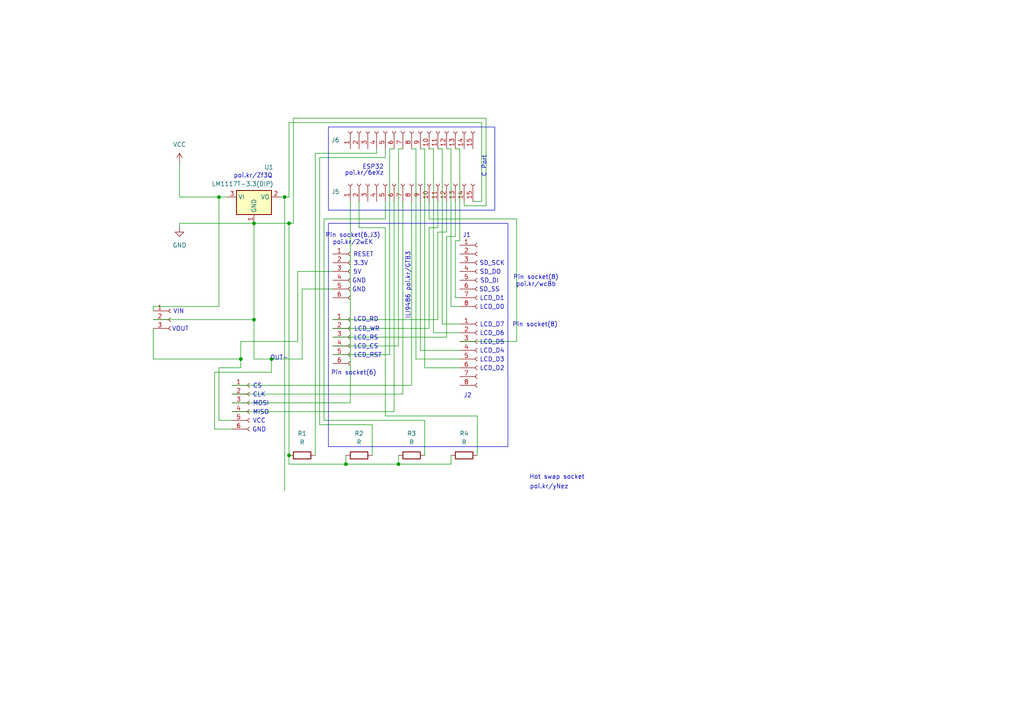
<source format=kicad_sch>
(kicad_sch (version 20250114) (generator "eeschema") (generator_version "9.0")
  (paper "A4")
  (lib_symbols
    (symbol "Connector:Conn_01x03_Socket" (pin_names (offset 1.016) (hide yes))
      (property "Reference" "J" (at 0 5.08 0))
      (property "Value" "Conn_01x03_Socket" (at 0 -5.08 0))
      (symbol "Conn_01x03_Socket_1_1"
        (polyline (pts (xy -1.27 2.54) (xy -0.508 2.54)) (stroke (width 0.1524)))
        (polyline (pts (xy -1.27 0) (xy -0.508 0)) (stroke (width 0.1524)))
        (polyline (pts (xy -1.27 -2.54) (xy -0.508 -2.54)) (stroke (width 0.1524)))
        (arc (start 0 2.032) (mid -0.5058 2.54) (end 0 3.048) (stroke (width 0.1524)))
        (arc (start 0 -0.508) (mid -0.5058 0) (end 0 0.508) (stroke (width 0.1524)))
        (arc (start 0 -3.048) (mid -0.5058 -2.54) (end 0 -2.032) (stroke (width 0.1524)))
        (pin passive line (at -5.08 2.54 0) (length 3.81) (name "Pin_1") (number "1"))
        (pin passive line (at -5.08 0 0) (length 3.81) (name "Pin_2") (number "2"))
        (pin passive line (at -5.08 -2.54 0) (length 3.81) (name "Pin_3") (number "3"))
      )
    )
    (symbol "Connector:Conn_01x06_Socket" (pin_names (offset 1.016) (hide yes))
      (property "Reference" "J" (at 0 7.62 0))
      (property "Value" "Conn_01x06_Socket" (at 0 -10.16 0))
      (symbol "Conn_01x06_Socket_1_1"
        (polyline (pts (xy -1.27 5.08) (xy -0.508 5.08)) (stroke (width 0.1524)))
        (polyline (pts (xy -1.27 2.54) (xy -0.508 2.54)) (stroke (width 0.1524)))
        (polyline (pts (xy -1.27 0) (xy -0.508 0)) (stroke (width 0.1524)))
        (polyline (pts (xy -1.27 -2.54) (xy -0.508 -2.54)) (stroke (width 0.1524)))
        (polyline (pts (xy -1.27 -5.08) (xy -0.508 -5.08)) (stroke (width 0.1524)))
        (polyline (pts (xy -1.27 -7.62) (xy -0.508 -7.62)) (stroke (width 0.1524)))
        (arc (start 0 4.572) (mid -0.5058 5.08) (end 0 5.588) (stroke (width 0.1524)))
        (arc (start 0 2.032) (mid -0.5058 2.54) (end 0 3.048) (stroke (width 0.1524)))
        (arc (start 0 -0.508) (mid -0.5058 0) (end 0 0.508) (stroke (width 0.1524)))
        (arc (start 0 -3.048) (mid -0.5058 -2.54) (end 0 -2.032) (stroke (width 0.1524)))
        (arc (start 0 -5.588) (mid -0.5058 -5.08) (end 0 -4.572) (stroke (width 0.1524)))
        (arc (start 0 -8.128) (mid -0.5058 -7.62) (end 0 -7.112) (stroke (width 0.1524)))
        (pin passive line (at -5.08 5.08 0) (length 3.81) (name "Pin_1") (number "1"))
        (pin passive line (at -5.08 2.54 0) (length 3.81) (name "Pin_2") (number "2"))
        (pin passive line (at -5.08 0 0) (length 3.81) (name "Pin_3") (number "3"))
        (pin passive line (at -5.08 -2.54 0) (length 3.81) (name "Pin_4") (number "4"))
        (pin passive line (at -5.08 -5.08 0) (length 3.81) (name "Pin_5") (number "5"))
        (pin passive line (at -5.08 -7.62 0) (length 3.81) (name "Pin_6") (number "6"))
      )
    )
    (symbol "Connector:Conn_01x08_Socket" (pin_names (offset 1.016) (hide yes))
      (property "Reference" "J" (at 0 10.16 0))
      (property "Value" "Conn_01x08_Socket" (at 0 -12.7 0))
      (symbol "Conn_01x08_Socket_1_1"
        (polyline (pts (xy -1.27 7.62) (xy -0.508 7.62)) (stroke (width 0.1524)))
        (polyline (pts (xy -1.27 5.08) (xy -0.508 5.08)) (stroke (width 0.1524)))
        (polyline (pts (xy -1.27 2.54) (xy -0.508 2.54)) (stroke (width 0.1524)))
        (polyline (pts (xy -1.27 0) (xy -0.508 0)) (stroke (width 0.1524)))
        (polyline (pts (xy -1.27 -2.54) (xy -0.508 -2.54)) (stroke (width 0.1524)))
        (polyline (pts (xy -1.27 -5.08) (xy -0.508 -5.08)) (stroke (width 0.1524)))
        (polyline (pts (xy -1.27 -7.62) (xy -0.508 -7.62)) (stroke (width 0.1524)))
        (polyline (pts (xy -1.27 -10.16) (xy -0.508 -10.16)) (stroke (width 0.1524)))
        (arc (start 0 7.112) (mid -0.5058 7.62) (end 0 8.128) (stroke (width 0.1524)))
        (arc (start 0 4.572) (mid -0.5058 5.08) (end 0 5.588) (stroke (width 0.1524)))
        (arc (start 0 2.032) (mid -0.5058 2.54) (end 0 3.048) (stroke (width 0.1524)))
        (arc (start 0 -0.508) (mid -0.5058 0) (end 0 0.508) (stroke (width 0.1524)))
        (arc (start 0 -3.048) (mid -0.5058 -2.54) (end 0 -2.032) (stroke (width 0.1524)))
        (arc (start 0 -5.588) (mid -0.5058 -5.08) (end 0 -4.572) (stroke (width 0.1524)))
        (arc (start 0 -8.128) (mid -0.5058 -7.62) (end 0 -7.112) (stroke (width 0.1524)))
        (arc (start 0 -10.668) (mid -0.5058 -10.16) (end 0 -9.652) (stroke (width 0.1524)))
        (pin passive line (at -5.08 7.62 0) (length 3.81) (name "Pin_1") (number "1"))
        (pin passive line (at -5.08 5.08 0) (length 3.81) (name "Pin_2") (number "2"))
        (pin passive line (at -5.08 2.54 0) (length 3.81) (name "Pin_3") (number "3"))
        (pin passive line (at -5.08 0 0) (length 3.81) (name "Pin_4") (number "4"))
        (pin passive line (at -5.08 -2.54 0) (length 3.81) (name "Pin_5") (number "5"))
        (pin passive line (at -5.08 -5.08 0) (length 3.81) (name "Pin_6") (number "6"))
        (pin passive line (at -5.08 -7.62 0) (length 3.81) (name "Pin_7") (number "7"))
        (pin passive line (at -5.08 -10.16 0) (length 3.81) (name "Pin_8") (number "8"))
      )
    )
    (symbol "Connector:Conn_01x15_Socket" (pin_names (offset 1.016) (hide yes))
      (property "Reference" "J" (at 0 20.32 0))
      (property "Value" "Conn_01x15_Socket" (at 0 -20.32 0))
      (symbol "Conn_01x15_Socket_1_1"
        (polyline (pts (xy -1.27 17.78) (xy -0.508 17.78)) (stroke (width 0.1524)))
        (polyline (pts (xy -1.27 15.24) (xy -0.508 15.24)) (stroke (width 0.1524)))
        (polyline (pts (xy -1.27 12.7) (xy -0.508 12.7)) (stroke (width 0.1524)))
        (polyline (pts (xy -1.27 10.16) (xy -0.508 10.16)) (stroke (width 0.1524)))
        (polyline (pts (xy -1.27 7.62) (xy -0.508 7.62)) (stroke (width 0.1524)))
        (polyline (pts (xy -1.27 5.08) (xy -0.508 5.08)) (stroke (width 0.1524)))
        (polyline (pts (xy -1.27 2.54) (xy -0.508 2.54)) (stroke (width 0.1524)))
        (polyline (pts (xy -1.27 0) (xy -0.508 0)) (stroke (width 0.1524)))
        (polyline (pts (xy -1.27 -2.54) (xy -0.508 -2.54)) (stroke (width 0.1524)))
        (polyline (pts (xy -1.27 -5.08) (xy -0.508 -5.08)) (stroke (width 0.1524)))
        (polyline (pts (xy -1.27 -7.62) (xy -0.508 -7.62)) (stroke (width 0.1524)))
        (polyline (pts (xy -1.27 -10.16) (xy -0.508 -10.16)) (stroke (width 0.1524)))
        (polyline (pts (xy -1.27 -12.7) (xy -0.508 -12.7)) (stroke (width 0.1524)))
        (polyline (pts (xy -1.27 -15.24) (xy -0.508 -15.24)) (stroke (width 0.1524)))
        (polyline (pts (xy -1.27 -17.78) (xy -0.508 -17.78)) (stroke (width 0.1524)))
        (arc (start 0 17.272) (mid -0.5058 17.78) (end 0 18.288) (stroke (width 0.1524)))
        (arc (start 0 14.732) (mid -0.5058 15.24) (end 0 15.748) (stroke (width 0.1524)))
        (arc (start 0 12.192) (mid -0.5058 12.7) (end 0 13.208) (stroke (width 0.1524)))
        (arc (start 0 9.652) (mid -0.5058 10.16) (end 0 10.668) (stroke (width 0.1524)))
        (arc (start 0 7.112) (mid -0.5058 7.62) (end 0 8.128) (stroke (width 0.1524)))
        (arc (start 0 4.572) (mid -0.5058 5.08) (end 0 5.588) (stroke (width 0.1524)))
        (arc (start 0 2.032) (mid -0.5058 2.54) (end 0 3.048) (stroke (width 0.1524)))
        (arc (start 0 -0.508) (mid -0.5058 0) (end 0 0.508) (stroke (width 0.1524)))
        (arc (start 0 -3.048) (mid -0.5058 -2.54) (end 0 -2.032) (stroke (width 0.1524)))
        (arc (start 0 -5.588) (mid -0.5058 -5.08) (end 0 -4.572) (stroke (width 0.1524)))
        (arc (start 0 -8.128) (mid -0.5058 -7.62) (end 0 -7.112) (stroke (width 0.1524)))
        (arc (start 0 -10.668) (mid -0.5058 -10.16) (end 0 -9.652) (stroke (width 0.1524)))
        (arc (start 0 -13.208) (mid -0.5058 -12.7) (end 0 -12.192) (stroke (width 0.1524)))
        (arc (start 0 -15.748) (mid -0.5058 -15.24) (end 0 -14.732) (stroke (width 0.1524)))
        (arc (start 0 -18.288) (mid -0.5058 -17.78) (end 0 -17.272) (stroke (width 0.1524)))
        (pin passive line (at -5.08 17.78 0) (length 3.81) (name "Pin_1") (number "1"))
        (pin passive line (at -5.08 15.24 0) (length 3.81) (name "Pin_2") (number "2"))
        (pin passive line (at -5.08 12.7 0) (length 3.81) (name "Pin_3") (number "3"))
        (pin passive line (at -5.08 10.16 0) (length 3.81) (name "Pin_4") (number "4"))
        (pin passive line (at -5.08 7.62 0) (length 3.81) (name "Pin_5") (number "5"))
        (pin passive line (at -5.08 5.08 0) (length 3.81) (name "Pin_6") (number "6"))
        (pin passive line (at -5.08 2.54 0) (length 3.81) (name "Pin_7") (number "7"))
        (pin passive line (at -5.08 0 0) (length 3.81) (name "Pin_8") (number "8"))
        (pin passive line (at -5.08 -2.54 0) (length 3.81) (name "Pin_9") (number "9"))
        (pin passive line (at -5.08 -5.08 0) (length 3.81) (name "Pin_10") (number "10"))
        (pin passive line (at -5.08 -7.62 0) (length 3.81) (name "Pin_11") (number "11"))
        (pin passive line (at -5.08 -10.16 0) (length 3.81) (name "Pin_12") (number "12"))
        (pin passive line (at -5.08 -12.7 0) (length 3.81) (name "Pin_13") (number "13"))
        (pin passive line (at -5.08 -15.24 0) (length 3.81) (name "Pin_14") (number "14"))
        (pin passive line (at -5.08 -17.78 0) (length 3.81) (name "Pin_15") (number "15"))
      )
    )
    (symbol "Device:R" (pin_numbers (hide yes)) (pin_names (offset 0))
      (property "Reference" "R" (at 2.032 0 90))
      (property "Value" "R" (at 0 0 90))
      (symbol "R_0_1"
        (rectangle (start -1.016 -2.54) (end 1.016 2.54) (stroke (width 0.254)))
      )
      (symbol "R_1_1"
        (pin passive line (at 0 3.81 270) (length 1.27) (name "~") (number "1"))
        (pin passive line (at 0 -3.81 90) (length 1.27) (name "~") (number "2"))
      )
    )
    (symbol "Regulator_Linear:LM1117T-3.3"
      (property "Reference" "U" (at -3.81 3.175 0))
      (property "Value" "LM1117T-3.3" (at 0 3.175 0))
      (symbol "LM1117T-3.3_0_1"
        (rectangle (start -5.08 -5.08) (end 5.08 1.905) (stroke (width 0.254)) (fill (type background)))
      )
      (symbol "LM1117T-3.3_1_1"
        (pin power_in line (at -7.62 0 0) (length 2.54) (name "VI") (number "3"))
        (pin power_in line (at 0 -7.62 90) (length 2.54) (name "GND") (number "1"))
        (pin power_out line (at 7.62 0 180) (length 2.54) (name "VO") (number "2"))
      )
    )
    (symbol "power:GND" (power) (pin_numbers (hide yes)) (pin_names (offset 0) (hide yes))
      (property "Value" "GND" (at 0 -3.81 0))
      (symbol "GND_0_1"
        (polyline (pts (xy 0 0) (xy 0 -1.27) (xy 1.27 -1.27) (xy 0 -2.54) (xy -1.27 -1.27) (xy 0 -1.27)))
      )
      (symbol "GND_1_1"
        (pin power_in line (at 0 0 270) (length 0) (name "~") (number "1"))
      )
    )
    (symbol "power:VCC" (power) (pin_numbers (hide yes)) (pin_names (offset 0) (hide yes))
      (property "Value" "VCC" (at 0 3.556 0))
      (symbol "VCC_0_1"
        (polyline (pts (xy -0.762 1.27) (xy 0 2.54)))
        (polyline (pts (xy 0 2.54) (xy 0.762 1.27)))
        (polyline (pts (xy 0 0) (xy 0 2.54)))
      )
      (symbol "VCC_1_1"
        (pin power_in line (at 0 0 90) (length 0) (name "~") (number "1"))
      )
    )
  )
  (rectangle (start 95.25 36.83) (end 143.51 60.96))
  (rectangle (start 95.25 64.77) (end 147.32 129.54))
  (text "VOUT" (at 52.324 95.504 0) (effects (font (size 1.27 1.27))))
  (text "CLK" (at 75.184 114.554 0) (effects (font (size 1.27 1.27))))
  (text "SD_SCK\n" (at 142.748 76.454 0) (effects (font (size 1.27 1.27))))
  (text "3.3V" (at 104.648 76.454 0) (effects (font (size 1.27 1.27))))
  (text "MOSI" (at 75.692 117.094 0) (effects (font (size 1.27 1.27))))
  (text "poi.kr/6eXz" (at 105.664 50.292 0) (effects (font (size 1.27 1.27))))
  (text "LCD_D0" (at 142.748 89.154 0) (effects (font (size 1.27 1.27))))
  (text "LCD_D3" (at 142.748 104.394 0) (effects (font (size 1.27 1.27))))
  (text "GND" (at 104.14 84.074 0) (effects (font (size 1.27 1.27))))
  (text "OUT-" (at 81.026 103.886 0) (effects (font (size 1.27 1.27))))
  (text "LCD_CS" (at 106.172 100.584 0) (effects (font (size 1.27 1.27))))
  (text "LCD_D7" (at 142.748 94.234 0) (effects (font (size 1.27 1.27))))
  (text "ILI9486 poi.kr/GTB3" (at 118.364 82.804 90) (effects (font (size 1.27 1.27))))
  (text "Pin socket(8)" (at 155.194 94.234 0) (effects (font (size 1.27 1.27))))
  (text "SD_SS" (at 141.986 84.074 0) (effects (font (size 1.27 1.27))))
  (text "MISO" (at 75.692 119.634 0) (effects (font (size 1.27 1.27))))
  (text "J2" (at 135.636 114.808 0) (effects (font (size 1.27 1.27))))
  (text "C Port" (at 140.462 48.26 90) (effects (font (size 1.27 1.27))))
  (text "5V" (at 103.632 78.994 0) (effects (font (size 1.27 1.27))))
  (text "GND" (at 104.14 81.534 0) (effects (font (size 1.27 1.27))))
  (text "LCD_WR" (at 106.426 95.504 0) (effects (font (size 1.27 1.27))))
  (text "LCD_D4" (at 142.748 101.854 0) (effects (font (size 1.27 1.27))))
  (text "Pin socket(6,J3)\npoi.kr/2wEK" (at 102.362 69.342 0) (effects (font (size 1.27 1.27))))
  (text "VCC" (at 75.184 122.174 0) (effects (font (size 1.27 1.27))))
  (text "SD_DI" (at 141.986 81.534 0) (effects (font (size 1.27 1.27))))
  (text "GND" (at 75.184 124.714 0) (effects (font (size 1.27 1.27))))
  (text "Hot swap socket" (at 161.544 138.43 0) (effects (font (size 1.27 1.27))))
  (text "VIN" (at 51.816 90.424 0) (effects (font (size 1.27 1.27))))
  (text "ESP32" (at 108.204 48.514 0) (effects (font (size 1.27 1.27))))
  (text "poi.kr/Zf3Q" (at 73.406 51.054 0) (effects (font (size 1.27 1.27))))
  (text "CS" (at 74.676 112.014 0) (effects (font (size 1.27 1.27))))
  (text "LCD_D6" (at 142.748 96.774 0) (effects (font (size 1.27 1.27))))
  (text "LCD_RS" (at 106.172 98.044 0) (effects (font (size 1.27 1.27))))
  (text "RESET" (at 105.41 73.914 0) (effects (font (size 1.27 1.27))))
  (text "poi.kr/yNez" (at 159.258 141.224 0) (effects (font (size 1.27 1.27))))
  (text "Pin socket(8)\npoi.kr/wcBb" (at 155.448 81.534 0) (effects (font (size 1.27 1.27))))
  (text "LCD_RD" (at 106.172 92.71 0) (effects (font (size 1.27 1.27))))
  (text "LCD_RST" (at 106.68 103.124 0) (effects (font (size 1.27 1.27))))
  (text "LCD_D1" (at 142.748 86.614 0) (effects (font (size 1.27 1.27))))
  (text "SD_DO" (at 142.24 78.994 0) (effects (font (size 1.27 1.27))))
  (text "J1" (at 135.382 68.326 0) (effects (font (size 1.27 1.27))))
  (text "Pin socket(6)" (at 102.616 108.204 0) (effects (font (size 1.27 1.27))))
  (text "LCD_D5" (at 142.748 99.314 0) (effects (font (size 1.27 1.27))))
  (text "LCD_D2" (at 142.748 106.934 0) (effects (font (size 1.27 1.27))))
  (junction (at 115.57 134.62))
  (junction (at 69.85 104.14))
  (junction (at 83.82 64.77))
  (junction (at 83.82 132.08))
  (junction (at 73.66 92.71))
  (junction (at 100.33 134.62))
  (junction (at 78.74 104.14))
  (junction (at 63.5 57.15))
  (junction (at 82.55 57.15))
  (junction (at 73.66 64.77))
  (wire (pts (xy 124.46 66.04) (xy 124.46 95.25)))
  (wire (pts (xy 91.44 132.08) (xy 91.44 44.45)))
  (wire (pts (xy 73.66 104.14) (xy 78.74 104.14)))
  (wire (pts (xy 69.85 104.14) (xy 69.85 99.06)))
  (wire (pts (xy 124.46 58.42) (xy 124.46 63.5)))
  (wire (pts (xy 83.82 134.62) (xy 100.33 134.62)))
  (wire (pts (xy 82.55 57.15) (xy 81.28 57.15)))
  (wire (pts (xy 78.74 104.14) (xy 78.74 107.95)))
  (wire (pts (xy 133.35 88.9) (xy 130.81 88.9)))
  (wire (pts (xy 125.73 43.18) (xy 124.46 43.18)))
  (wire (pts (xy 133.35 106.68) (xy 123.19 106.68)))
  (wire (pts (xy 129.54 68.58) (xy 132.08 68.58)))
  (wire (pts (xy 127 58.42) (xy 127 66.04)))
  (wire (pts (xy 128.27 93.98) (xy 128.27 43.18)))
  (wire (pts (xy 123.19 106.68) (xy 123.19 43.18)))
  (wire (pts (xy 129.54 97.79) (xy 129.54 68.58)))
  (wire (pts (xy 149.86 99.06) (xy 133.35 99.06)))
  (wire (pts (xy 140.97 59.69) (xy 140.97 34.29)))
  (wire (pts (xy 63.5 57.15) (xy 66.04 57.15)))
  (wire (pts (xy 92.71 123.19) (xy 92.71 45.72)))
  (wire (pts (xy 139.7 35.56) (xy 83.82 35.56)))
  (wire (pts (xy 78.74 104.14) (xy 87.63 104.14)))
  (wire (pts (xy 63.5 106.68) (xy 63.5 121.92)))
  (wire (pts (xy 96.52 92.71) (xy 127 92.71)))
  (wire (pts (xy 73.66 64.77) (xy 73.66 92.71)))
  (wire (pts (xy 128.27 93.98) (xy 133.35 93.98)))
  (wire (pts (xy 115.57 132.08) (xy 115.57 134.62)))
  (wire (pts (xy 96.52 102.87) (xy 113.03 102.87)))
  (wire (pts (xy 52.07 46.99) (xy 52.07 57.15)))
  (wire (pts (xy 129.54 58.42) (xy 129.54 67.31)))
  (wire (pts (xy 130.81 132.08) (xy 130.81 134.62)))
  (wire (pts (xy 133.35 69.85) (xy 133.35 43.18)))
  (wire (pts (xy 133.35 86.36) (xy 132.08 86.36)))
  (wire (pts (xy 85.09 34.29) (xy 85.09 64.77)))
  (wire (pts (xy 111.76 45.72) (xy 111.76 43.18)))
  (wire (pts (xy 133.35 43.18) (xy 132.08 43.18)))
  (wire (pts (xy 91.44 44.45) (xy 109.22 44.45)))
  (wire (pts (xy 86.36 99.06) (xy 86.36 78.74)))
  (wire (pts (xy 69.85 106.68) (xy 63.5 106.68)))
  (wire (pts (xy 113.03 43.18) (xy 113.03 102.87)))
  (wire (pts (xy 107.95 132.08) (xy 107.95 123.19)))
  (wire (pts (xy 111.76 120.65) (xy 138.43 120.65)))
  (wire (pts (xy 69.85 99.06) (xy 86.36 99.06)))
  (wire (pts (xy 120.65 104.14) (xy 120.65 43.18)))
  (wire (pts (xy 121.92 101.6) (xy 133.35 101.6)))
  (wire (pts (xy 52.07 64.77) (xy 73.66 64.77)))
  (wire (pts (xy 44.45 95.25) (xy 44.45 104.14)))
  (wire (pts (xy 83.82 132.08) (xy 83.82 134.62)))
  (wire (pts (xy 111.76 66.04) (xy 111.76 120.65)))
  (wire (pts (xy 96.52 95.25) (xy 124.46 95.25)))
  (wire (pts (xy 96.52 97.79) (xy 129.54 97.79)))
  (wire (pts (xy 125.73 96.52) (xy 133.35 96.52)))
  (wire (pts (xy 137.16 58.42) (xy 139.7 58.42)))
  (wire (pts (xy 93.98 63.5) (xy 111.76 63.5)))
  (wire (pts (xy 138.43 120.65) (xy 138.43 132.08)))
  (wire (pts (xy 85.09 64.77) (xy 83.82 64.77)))
  (wire (pts (xy 129.54 43.18) (xy 130.81 43.18)))
  (wire (pts (xy 100.33 134.62) (xy 115.57 134.62)))
  (wire (pts (xy 127 67.31) (xy 127 92.71)))
  (wire (pts (xy 139.7 58.42) (xy 139.7 35.56)))
  (wire (pts (xy 63.5 57.15) (xy 63.5 88.9)))
  (wire (pts (xy 67.31 119.38) (xy 114.3 119.38)))
  (wire (pts (xy 67.31 116.84) (xy 101.6 116.84)))
  (wire (pts (xy 52.07 66.04) (xy 52.07 64.77)))
  (wire (pts (xy 104.14 66.04) (xy 111.76 66.04)))
  (wire (pts (xy 127 66.04) (xy 124.46 66.04)))
  (wire (pts (xy 44.45 88.9) (xy 44.45 90.17)))
  (wire (pts (xy 111.76 63.5) (xy 111.76 58.42)))
  (wire (pts (xy 119.38 111.76) (xy 119.38 58.42)))
  (wire (pts (xy 44.45 104.14) (xy 69.85 104.14)))
  (wire (pts (xy 132.08 68.58) (xy 132.08 58.42)))
  (wire (pts (xy 120.65 43.18) (xy 119.38 43.18)))
  (wire (pts (xy 116.84 114.3) (xy 116.84 58.42)))
  (wire (pts (xy 121.92 58.42) (xy 121.92 101.6)))
  (wire (pts (xy 44.45 92.71) (xy 73.66 92.71)))
  (wire (pts (xy 107.95 123.19) (xy 92.71 123.19)))
  (wire (pts (xy 109.22 44.45) (xy 109.22 43.18)))
  (wire (pts (xy 93.98 121.92) (xy 93.98 63.5)))
  (wire (pts (xy 115.57 134.62) (xy 130.81 134.62)))
  (wire (pts (xy 130.81 88.9) (xy 130.81 43.18)))
  (wire (pts (xy 113.03 43.18) (xy 114.3 43.18)))
  (wire (pts (xy 134.62 59.69) (xy 140.97 59.69)))
  (wire (pts (xy 63.5 88.9) (xy 44.45 88.9)))
  (wire (pts (xy 132.08 69.85) (xy 133.35 69.85)))
  (wire (pts (xy 125.73 96.52) (xy 125.73 43.18)))
  (wire (pts (xy 87.63 104.14) (xy 87.63 83.82)))
  (wire (pts (xy 83.82 64.77) (xy 73.66 64.77)))
  (wire (pts (xy 67.31 111.76) (xy 119.38 111.76)))
  (wire (pts (xy 101.6 116.84) (xy 101.6 58.42)))
  (wire (pts (xy 114.3 119.38) (xy 114.3 58.42)))
  (wire (pts (xy 134.62 58.42) (xy 134.62 59.69)))
  (wire (pts (xy 129.54 67.31) (xy 127 67.31)))
  (wire (pts (xy 67.31 114.3) (xy 116.84 114.3)))
  (wire (pts (xy 115.57 43.18) (xy 115.57 100.33)))
  (wire (pts (xy 73.66 92.71) (xy 73.66 104.14)))
  (wire (pts (xy 63.5 121.92) (xy 67.31 121.92)))
  (wire (pts (xy 133.35 104.14) (xy 120.65 104.14)))
  (wire (pts (xy 87.63 83.82) (xy 96.52 83.82)))
  (wire (pts (xy 62.23 124.46) (xy 67.31 124.46)))
  (wire (pts (xy 123.19 121.92) (xy 93.98 121.92)))
  (wire (pts (xy 149.86 63.5) (xy 149.86 99.06)))
  (wire (pts (xy 123.19 43.18) (xy 121.92 43.18)))
  (wire (pts (xy 86.36 78.74) (xy 96.52 78.74)))
  (wire (pts (xy 69.85 104.14) (xy 69.85 106.68)))
  (wire (pts (xy 104.14 58.42) (xy 104.14 66.04)))
  (wire (pts (xy 132.08 86.36) (xy 132.08 69.85)))
  (wire (pts (xy 123.19 132.08) (xy 123.19 121.92)))
  (wire (pts (xy 83.82 57.15) (xy 82.55 57.15)))
  (wire (pts (xy 82.55 57.15) (xy 82.55 142.24)))
  (wire (pts (xy 83.82 35.56) (xy 83.82 57.15)))
  (wire (pts (xy 92.71 45.72) (xy 111.76 45.72)))
  (wire (pts (xy 140.97 34.29) (xy 85.09 34.29)))
  (wire (pts (xy 100.33 134.62) (xy 100.33 132.08)))
  (wire (pts (xy 62.23 107.95) (xy 62.23 124.46)))
  (wire (pts (xy 116.84 43.18) (xy 115.57 43.18)))
  (wire (pts (xy 78.74 107.95) (xy 62.23 107.95)))
  (wire (pts (xy 127 43.18) (xy 128.27 43.18)))
  (wire (pts (xy 83.82 64.77) (xy 83.82 132.08)))
  (wire (pts (xy 124.46 63.5) (xy 149.86 63.5)))
  (wire (pts (xy 52.07 57.15) (xy 63.5 57.15)))
  (wire (pts (xy 115.57 100.33) (xy 96.52 100.33)))
  (symbol (lib_id "Device:R") (at 87.63 132.08 90) (unit 1)
    (property "Reference" "R1" (at 87.63 125.73 90))
    (property "Value" "R" (at 87.63 128.27 90))
    (property "Footprint" "Resistor_THT:R_Axial_DIN0204_L3.6mm_D1.6mm_P5.08mm_Horizontal" (effects (hide yes)))
    (property "Description" "Resistor" (effects (hide yes)))
  )
  (symbol (lib_id "power:GND") (at 52.07 66.04 0) (unit 1)
    (property "Reference" "#PWR02" (effects (hide yes)))
    (property "Value" "GND" (at 52.07 71.12 0))
    (property "Description" "Power symbol creates a global label with name \"GND\" , ground" (effects (hide yes)))
  )
  (symbol (lib_id "Connector:Conn_01x08_Socket") (at 138.43 78.74 0) (unit 1)
    (property "Reference" "J1" (effects (hide yes)))
    (property "Value" "Conn_01x08_Socket" (effects (hide yes)))
    (property "Footprint" "Connector_PinSocket_2.54mm:PinSocket_1x08_P2.54mm_Vertical" (effects (hide yes)))
    (property "Description" "Generic connector, single row, 01x08, script generated" (effects (hide yes)))
  )
  (symbol (lib_id "Connector:Conn_01x15_Socket") (at 119.38 38.1 90) (unit 1)
    (property "Reference" "J6" (at 97.282 40.64 90))
    (property "Value" "Conn_01x15_Socket" (effects (hide yes)))
    (property "Footprint" "Connector_PinSocket_2.54mm:PinSocket_1x15_P2.54mm_Vertical" (effects (hide yes)))
    (property "Description" "Generic connector, single row, 01x15, script generated" (effects (hide yes)))
  )
  (symbol (lib_id "Regulator_Linear:LM1117T-3.3") (at 73.66 57.15 0) (unit 1)
    (property "Reference" "U1" (at 77.978 48.514 0))
    (property "Value" "LM1117T-3.3(DIP)" (at 70.358 53.34 0))
    (property "Footprint" "Package_TO_SOT_THT:TO-220-3_Horizontal_TabDown" (effects (hide yes)))
    (property "Datasheet" "http://www.ti.com/lit/ds/symlink/lm1117.pdf" (effects (hide yes)))
    (property "Description" "800mA Low-Dropout Linear Regulator, 3.3V fixed output, TO-220" (effects (hide yes)))
  )
  (symbol (lib_id "Connector:Conn_01x06_Socket") (at 101.6 97.79 0) (unit 1)
    (property "Reference" "J4" (effects (hide yes)))
    (property "Value" "Conn_01x06_Socket" (effects (hide yes)))
    (property "Footprint" "Connector_PinSocket_2.54mm:PinSocket_1x06_P2.54mm_Vertical" (effects (hide yes)))
    (property "Description" "Generic connector, single row, 01x06, script generated" (effects (hide yes)))
  )
  (symbol (lib_id "Device:R") (at 104.14 132.08 90) (unit 1)
    (property "Reference" "R2" (at 104.14 125.73 90))
    (property "Value" "R" (at 104.14 128.27 90))
    (property "Footprint" "Resistor_THT:R_Axial_DIN0204_L3.6mm_D1.6mm_P5.08mm_Horizontal" (effects (hide yes)))
    (property "Description" "Resistor" (effects (hide yes)))
  )
  (symbol (lib_id "Connector:Conn_01x15_Socket") (at 119.38 53.34 90) (unit 1)
    (property "Reference" "J5" (at 97.282 55.626 90))
    (property "Value" "Conn_01x15_Socket" (effects (hide yes)))
    (property "Footprint" "Connector_PinSocket_2.54mm:PinSocket_1x15_P2.54mm_Vertical" (effects (hide yes)))
    (property "Description" "Generic connector, single row, 01x15, script generated" (effects (hide yes)))
  )
  (symbol (lib_id "Device:R") (at 119.38 132.08 90) (unit 1)
    (property "Reference" "R3" (at 119.38 125.73 90))
    (property "Value" "R" (at 119.38 128.27 90))
    (property "Footprint" "Resistor_THT:R_Axial_DIN0204_L3.6mm_D1.6mm_P5.08mm_Horizontal" (effects (hide yes)))
    (property "Description" "Resistor" (effects (hide yes)))
  )
  (symbol (lib_id "Connector:Conn_01x06_Socket") (at 101.6 78.74 0) (unit 1)
    (property "Reference" "J3" (effects (hide yes)))
    (property "Value" "Conn_01x06_Socket" (effects (hide yes)))
    (property "Footprint" "Connector_PinSocket_2.54mm:PinSocket_1x06_P2.54mm_Vertical" (effects (hide yes)))
    (property "Description" "Generic connector, single row, 01x06, script generated" (effects (hide yes)))
  )
  (symbol (lib_id "Connector:Conn_01x08_Socket") (at 138.43 101.6 0) (unit 1)
    (property "Reference" "J2" (effects (hide yes)))
    (property "Value" "Conn_01x08_Socket" (effects (hide yes)))
    (property "Footprint" "Connector_PinSocket_2.54mm:PinSocket_1x08_P2.54mm_Vertical" (effects (hide yes)))
    (property "Description" "Generic connector, single row, 01x08, script generated" (effects (hide yes)))
  )
  (symbol (lib_id "Connector:Conn_01x03_Socket") (at 49.53 92.71 0) (unit 1)
    (property "Reference" "J7" (effects (hide yes)))
    (property "Value" "Conn_01x03_Socket" (effects (hide yes)))
    (property "Footprint" "Connector_PinSocket_2.54mm:PinSocket_1x03_P2.54mm_Vertical" (effects (hide yes)))
    (property "Description" "Generic connector, single row, 01x03, script generated" (effects (hide yes)))
  )
  (symbol (lib_id "Connector:Conn_01x06_Socket") (at 72.39 116.84 0) (unit 1)
    (property "Reference" "J8" (effects (hide yes)))
    (property "Value" "Conn_01x06_Socket" (effects (hide yes)))
    (property "Footprint" "Connector_PinSocket_2.54mm:PinSocket_1x06_P2.54mm_Vertical" (effects (hide yes)))
    (property "Description" "Generic connector, single row, 01x06, script generated" (effects (hide yes)))
  )
  (symbol (lib_id "power:VCC") (at 52.07 46.99 0) (unit 1)
    (property "Reference" "#PWR01" (effects (hide yes)))
    (property "Value" "VCC" (at 52.07 41.91 0))
    (property "Description" "Power symbol creates a global label with name \"VCC\"" (effects (hide yes)))
  )
  (symbol (lib_id "Device:R") (at 134.62 132.08 90) (unit 1)
    (property "Reference" "R4" (at 134.62 125.73 90))
    (property "Value" "R" (at 134.62 128.27 90))
    (property "Footprint" "Resistor_THT:R_Axial_DIN0204_L3.6mm_D1.6mm_P5.08mm_Horizontal" (effects (hide yes)))
    (property "Description" "Resistor" (effects (hide yes)))
  )
)
</source>
